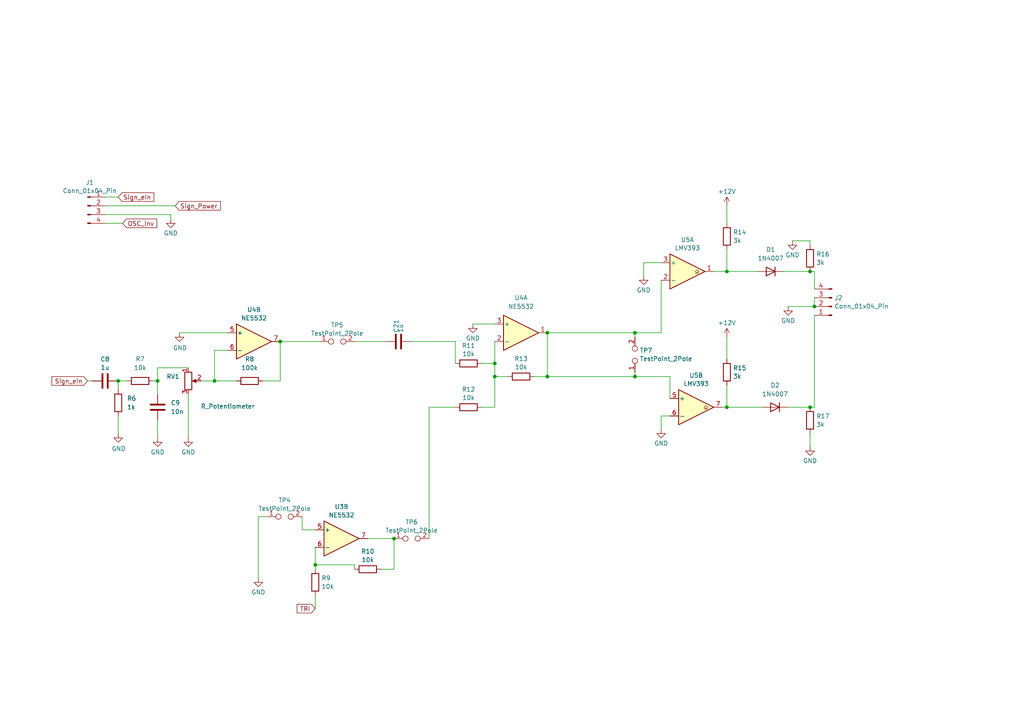
<source format=kicad_sch>
(kicad_sch (version 20231120) (generator "eeschema") (generator_version "8.0")
  (paper "A4")
  (title_block (date "2024-09-27") (rev "V3") (comment 1 "Verbesserungen aus 2. Version eingearbeitet. "))
  (lib_symbols
    (symbol "Amplifier_Operational:NE5532" (pin_names (offset 0.127))
      (property "Reference" "U" (at 0 5.08 0))
      (property "Value" "NE5532" (at 0 -5.08 0))
      (symbol "NE5532_1_1"
        (polyline (pts (xy -5.08 5.08) (xy 5.08 0) (xy -5.08 -5.08) (xy -5.08 5.08)) (stroke (width 0.254)) (fill (type background)))
        (pin output line (at 7.62 0 180) (length 2.54) (name "~") (number "1"))
        (pin input line (at -7.62 -2.54 0) (length 2.54) (name "-") (number "2"))
        (pin input line (at -7.62 2.54 0) (length 2.54) (name "+") (number "3"))
      )
      (symbol "NE5532_2_1"
        (polyline (pts (xy -5.08 5.08) (xy 5.08 0) (xy -5.08 -5.08) (xy -5.08 5.08)) (stroke (width 0.254)) (fill (type background)))
        (pin input line (at -7.62 2.54 0) (length 2.54) (name "+") (number "5"))
        (pin input line (at -7.62 -2.54 0) (length 2.54) (name "-") (number "6"))
        (pin output line (at 7.62 0 180) (length 2.54) (name "~") (number "7"))
      )
      (symbol "NE5532_3_1"
        (pin power_in line (at -2.54 -7.62 90) (length 3.81) (name "V-") (number "4"))
        (pin power_in line (at -2.54 7.62 270) (length 3.81) (name "V+") (number "8"))
      )
    )
    (symbol "Comparator:LMV393" (pin_names (offset 0.127))
      (property "Reference" "U" (at 3.81 3.81 0))
      (property "Value" "LMV393" (at 6.35 -3.81 0))
      (symbol "LMV393_1_1"
        (polyline (pts (xy -5.08 5.08) (xy 5.08 0) (xy -5.08 -5.08) (xy -5.08 5.08)) (stroke (width 0.254)) (fill (type background)))
        (polyline (pts (xy 3.302 -0.508) (xy 2.794 -0.508) (xy 3.302 0) (xy 2.794 0.508) (xy 2.286 0) (xy 2.794 -0.508) (xy 2.286 -0.508)) (stroke (width 0.127)))
        (pin open_collector line (at 7.62 0 180) (length 2.54) (name "~") (number "1"))
        (pin input line (at -7.62 -2.54 0) (length 2.54) (name "-") (number "2"))
        (pin input line (at -7.62 2.54 0) (length 2.54) (name "+") (number "3"))
      )
      (symbol "LMV393_2_1"
        (polyline (pts (xy -5.08 5.08) (xy 5.08 0) (xy -5.08 -5.08) (xy -5.08 5.08)) (stroke (width 0.254)) (fill (type background)))
        (polyline (pts (xy 3.302 -0.508) (xy 2.794 -0.508) (xy 3.302 0) (xy 2.794 0.508) (xy 2.286 0) (xy 2.794 -0.508) (xy 2.286 -0.508)) (stroke (width 0.127)))
        (pin input line (at -7.62 2.54 0) (length 2.54) (name "+") (number "5"))
        (pin input line (at -7.62 -2.54 0) (length 2.54) (name "-") (number "6"))
        (pin open_collector line (at 7.62 0 180) (length 2.54) (name "~") (number "7"))
      )
      (symbol "LMV393_3_1"
        (pin power_in line (at -2.54 -7.62 90) (length 3.81) (name "V-") (number "4"))
        (pin power_in line (at -2.54 7.62 270) (length 3.81) (name "V+") (number "8"))
      )
    )
    (symbol "Connector:Conn_01x04_Pin" (pin_names (offset 1.016) hide)
      (property "Reference" "J" (at 0 5.08 0))
      (property "Value" "Conn_01x04_Pin" (at 0 -7.62 0))
      (symbol "Conn_01x04_Pin_1_1"
        (polyline (pts (xy 1.27 -5.08) (xy 0.8636 -5.08)) (stroke (width 0.1524)))
        (polyline (pts (xy 1.27 -2.54) (xy 0.8636 -2.54)) (stroke (width 0.1524)))
        (polyline (pts (xy 1.27 0) (xy 0.8636 0)) (stroke (width 0.1524)))
        (polyline (pts (xy 1.27 2.54) (xy 0.8636 2.54)) (stroke (width 0.1524)))
        (rectangle (start 0.8636 -4.953) (end 0 -5.207) (stroke (width 0.1524)) (fill (type outline)))
        (rectangle (start 0.8636 -2.413) (end 0 -2.667) (stroke (width 0.1524)) (fill (type outline)))
        (rectangle (start 0.8636 0.127) (end 0 -0.127) (stroke (width 0.1524)) (fill (type outline)))
        (rectangle (start 0.8636 2.667) (end 0 2.413) (stroke (width 0.1524)) (fill (type outline)))
        (pin passive line (at 5.08 2.54 180) (length 3.81) (name "Pin_1") (number "1"))
        (pin passive line (at 5.08 0 180) (length 3.81) (name "Pin_2") (number "2"))
        (pin passive line (at 5.08 -2.54 180) (length 3.81) (name "Pin_3") (number "3"))
        (pin passive line (at 5.08 -5.08 180) (length 3.81) (name "Pin_4") (number "4"))
      )
    )
    (symbol "Connector:TestPoint_2Pole" (pin_names (offset 0.762) hide)
      (property "Reference" "TP" (at 0 1.524 0))
      (property "Value" "TestPoint_2Pole" (at 0 -1.778 0))
      (symbol "TestPoint_2Pole_0_1"
        (circle (center -1.778 0) (radius 0.762))
        (circle (center 1.778 0) (radius 0.762))
        (pin passive line (at -5.08 0 0) (length 2.54) (name "1") (number "1"))
        (pin passive line (at 5.08 0 180) (length 2.54) (name "2") (number "2"))
      )
    )
    (symbol "Device:C" (pin_numbers hide) (pin_names (offset 0.254))
      (property "Reference" "C" (at 0.635 2.54 0))
      (property "Value" "C" (at 0.635 -2.54 0))
      (symbol "C_0_1"
        (polyline (pts (xy -2.032 -0.762) (xy 2.032 -0.762)) (stroke (width 0.508)))
        (polyline (pts (xy -2.032 0.762) (xy 2.032 0.762)) (stroke (width 0.508)))
      )
      (symbol "C_1_1"
        (pin passive line (at 0 3.81 270) (length 2.794) (name "~") (number "1"))
        (pin passive line (at 0 -3.81 90) (length 2.794) (name "~") (number "2"))
      )
    )
    (symbol "Device:R" (pin_numbers hide) (pin_names (offset 0))
      (property "Reference" "R" (at 2.032 0 90))
      (property "Value" "R" (at 0 0 90))
      (symbol "R_0_1"
        (rectangle (start -1.016 -2.54) (end 1.016 2.54) (stroke (width 0.254)))
      )
      (symbol "R_1_1"
        (pin passive line (at 0 3.81 270) (length 1.27) (name "~") (number "1"))
        (pin passive line (at 0 -3.81 90) (length 1.27) (name "~") (number "2"))
      )
    )
    (symbol "Device:R_Potentiometer" (pin_names (offset 1.016) hide)
      (property "Reference" "RV" (at -4.445 0 90))
      (property "Value" "R_Potentiometer" (at -2.54 0 90))
      (symbol "R_Potentiometer_0_1"
        (polyline (pts (xy 2.54 0) (xy 1.524 0)))
        (polyline (pts (xy 1.143 0) (xy 2.286 0.508) (xy 2.286 -0.508) (xy 1.143 0)) (fill (type outline)))
        (rectangle (start 1.016 2.54) (end -1.016 -2.54) (stroke (width 0.254)))
      )
      (symbol "R_Potentiometer_1_1"
        (pin passive line (at 0 3.81 270) (length 1.27) (name "1") (number "1"))
        (pin passive line (at 3.81 0 180) (length 1.27) (name "2") (number "2"))
        (pin passive line (at 0 -3.81 90) (length 1.27) (name "3") (number "3"))
      )
    )
    (symbol "Diode:1N4007" (pin_numbers hide) (pin_names hide)
      (property "Reference" "D" (at 0 2.54 0))
      (property "Value" "1N4007" (at 0 -2.54 0))
      (symbol "1N4007_0_1"
        (polyline (pts (xy -1.27 1.27) (xy -1.27 -1.27)) (stroke (width 0.254)))
        (polyline (pts (xy 1.27 0) (xy -1.27 0)))
        (polyline (pts (xy 1.27 1.27) (xy 1.27 -1.27) (xy -1.27 0) (xy 1.27 1.27)) (stroke (width 0.254)))
      )
      (symbol "1N4007_1_1"
        (pin passive line (at -3.81 0 0) (length 2.54) (name "K") (number "1"))
        (pin passive line (at 3.81 0 180) (length 2.54) (name "A") (number "2"))
      )
    )
    (symbol "power:+12V" (power) (pin_names (offset 0))
      (property "Value" "+12V" (at 0 3.556 0))
      (symbol "+12V_0_1"
        (polyline (pts (xy -0.762 1.27) (xy 0 2.54)))
        (polyline (pts (xy 0 0) (xy 0 2.54)))
        (polyline (pts (xy 0 2.54) (xy 0.762 1.27)))
      )
      (symbol "+12V_1_1"
        (pin power_in line (at 0 0 90) (length 0) hide (name "+12V") (number "1"))
      )
    )
    (symbol "power:GND" (power) (pin_names (offset 0))
      (property "Value" "GND" (at 0 -3.81 0))
      (symbol "GND_0_1"
        (polyline (pts (xy 0 0) (xy 0 -1.27) (xy 1.27 -1.27) (xy 0 -2.54) (xy -1.27 -1.27) (xy 0 -1.27)))
      )
      (symbol "GND_1_1"
        (pin power_in line (at 0 0 270) (length 0) hide (name "GND") (number "1"))
      )
    )
  )
  (junction (at 234.95 118.11))
  (junction (at 210.82 118.11))
  (junction (at 114.3 156.21))
  (junction (at 143.51 105.41))
  (junction (at 62.23 110.49))
  (junction (at 143.51 109.22))
  (junction (at 210.82 78.74))
  (junction (at 91.44 163.83))
  (junction (at 234.95 78.74))
  (junction (at 184.15 96.52))
  (junction (at 81.28 99.06))
  (junction (at 158.75 96.52))
  (junction (at 34.29 110.49))
  (junction (at 236.22 88.9))
  (junction (at 45.72 110.49))
  (junction (at 184.15 109.22))
  (junction (at 158.75 109.22))
  (wire (pts (xy 210.82 118.11) (xy 210.82 111.76)))
  (wire (pts (xy 228.6 88.9) (xy 236.22 88.9)))
  (wire (pts (xy 184.15 107.95) (xy 184.15 109.22)))
  (wire (pts (xy 158.75 109.22) (xy 184.15 109.22)))
  (wire (pts (xy 143.51 99.06) (xy 143.51 105.41)))
  (wire (pts (xy 91.44 172.72) (xy 91.44 176.53)))
  (wire (pts (xy 102.87 163.83) (xy 102.87 165.1)))
  (wire (pts (xy 186.69 80.01) (xy 186.69 76.2)))
  (wire (pts (xy 119.38 99.06) (xy 132.08 99.06)))
  (wire (pts (xy 210.82 97.79) (xy 210.82 104.14)))
  (wire (pts (xy 194.31 109.22) (xy 194.31 115.57)))
  (wire (pts (xy 228.6 118.11) (xy 234.95 118.11)))
  (wire (pts (xy 110.49 165.1) (xy 114.3 165.1)))
  (wire (pts (xy 91.44 163.83) (xy 102.87 163.83)))
  (wire (pts (xy 209.55 118.11) (xy 210.82 118.11)))
  (wire (pts (xy 186.69 76.2) (xy 191.77 76.2)))
  (wire (pts (xy 184.15 96.52) (xy 191.77 96.52)))
  (wire (pts (xy 143.51 109.22) (xy 147.32 109.22)))
  (wire (pts (xy 236.22 78.74) (xy 236.22 83.82)))
  (wire (pts (xy 45.72 106.68) (xy 45.72 110.49)))
  (wire (pts (xy 45.72 121.92) (xy 45.72 127)))
  (wire (pts (xy 74.93 149.86) (xy 74.93 167.64)))
  (wire (pts (xy 74.93 149.86) (xy 77.47 149.86)))
  (wire (pts (xy 25.4 110.49) (xy 26.67 110.49)))
  (wire (pts (xy 210.82 78.74) (xy 219.71 78.74)))
  (wire (pts (xy 234.95 118.11) (xy 236.22 118.11)))
  (wire (pts (xy 143.51 118.11) (xy 139.7 118.11)))
  (wire (pts (xy 91.44 158.75) (xy 91.44 163.83)))
  (wire (pts (xy 30.48 57.15) (xy 34.29 57.15)))
  (wire (pts (xy 91.44 163.83) (xy 91.44 165.1)))
  (wire (pts (xy 76.2 110.49) (xy 81.28 110.49)))
  (wire (pts (xy 158.75 96.52) (xy 158.75 109.22)))
  (wire (pts (xy 132.08 99.06) (xy 132.08 105.41)))
  (wire (pts (xy 87.63 149.86) (xy 87.63 153.67)))
  (wire (pts (xy 30.48 64.77) (xy 35.56 64.77)))
  (wire (pts (xy 81.28 99.06) (xy 92.71 99.06)))
  (wire (pts (xy 227.33 78.74) (xy 234.95 78.74)))
  (wire (pts (xy 44.45 110.49) (xy 45.72 110.49)))
  (wire (pts (xy 236.22 118.11) (xy 236.22 91.44)))
  (wire (pts (xy 236.22 86.36) (xy 236.22 88.9)))
  (wire (pts (xy 143.51 109.22) (xy 143.51 118.11)))
  (wire (pts (xy 62.23 101.6) (xy 66.04 101.6)))
  (wire (pts (xy 191.77 120.65) (xy 194.31 120.65)))
  (wire (pts (xy 210.82 118.11) (xy 220.98 118.11)))
  (wire (pts (xy 184.15 109.22) (xy 194.31 109.22)))
  (wire (pts (xy 34.29 110.49) (xy 36.83 110.49)))
  (wire (pts (xy 49.53 62.23) (xy 49.53 63.5)))
  (wire (pts (xy 234.95 125.73) (xy 234.95 129.54)))
  (wire (pts (xy 34.29 120.65) (xy 34.29 125.73)))
  (wire (pts (xy 124.46 118.11) (xy 132.08 118.11)))
  (wire (pts (xy 143.51 93.98) (xy 137.16 93.98)))
  (wire (pts (xy 207.01 78.74) (xy 210.82 78.74)))
  (wire (pts (xy 62.23 110.49) (xy 62.23 101.6)))
  (wire (pts (xy 62.23 110.49) (xy 68.58 110.49)))
  (wire (pts (xy 229.87 69.85) (xy 234.95 69.85)))
  (wire (pts (xy 191.77 124.46) (xy 191.77 120.65)))
  (wire (pts (xy 45.72 110.49) (xy 45.72 114.3)))
  (wire (pts (xy 34.29 110.49) (xy 34.29 113.03)))
  (wire (pts (xy 52.07 96.52) (xy 66.04 96.52)))
  (wire (pts (xy 210.82 78.74) (xy 210.82 72.39)))
  (wire (pts (xy 114.3 156.21) (xy 114.3 165.1)))
  (wire (pts (xy 102.87 99.06) (xy 111.76 99.06)))
  (wire (pts (xy 30.48 62.23) (xy 49.53 62.23)))
  (wire (pts (xy 158.75 96.52) (xy 184.15 96.52)))
  (wire (pts (xy 30.48 59.69) (xy 50.8 59.69)))
  (wire (pts (xy 143.51 105.41) (xy 143.51 109.22)))
  (wire (pts (xy 210.82 59.69) (xy 210.82 64.77)))
  (wire (pts (xy 234.95 78.74) (xy 236.22 78.74)))
  (wire (pts (xy 124.46 156.21) (xy 124.46 118.11)))
  (wire (pts (xy 139.7 105.41) (xy 143.51 105.41)))
  (wire (pts (xy 106.68 156.21) (xy 114.3 156.21)))
  (wire (pts (xy 54.61 114.3) (xy 54.61 127)))
  (wire (pts (xy 54.61 106.68) (xy 45.72 106.68)))
  (wire (pts (xy 191.77 96.52) (xy 191.77 81.28)))
  (wire (pts (xy 184.15 96.52) (xy 184.15 97.79)))
  (wire (pts (xy 154.94 109.22) (xy 158.75 109.22)))
  (wire (pts (xy 58.42 110.49) (xy 62.23 110.49)))
  (wire (pts (xy 81.28 110.49) (xy 81.28 99.06)))
  (wire (pts (xy 87.63 153.67) (xy 91.44 153.67)))
  (wire (pts (xy 234.95 69.85) (xy 234.95 71.12)))
  (global_label "Sign_ein" (shape input) (at 34.29 57.15 0) (property "Intersheetrefs" "${INTERSHEET_REFS}" (effects (hide yes))))
  (global_label "Sign_Power" (shape input) (at 50.8 59.69 0) (property "Intersheetrefs" "${INTERSHEET_REFS}" (effects (hide yes))))
  (global_label "TRI" (shape input) (at 91.44 176.53 180) (property "Intersheetrefs" "${INTERSHEET_REFS}" (effects (hide yes))))
  (global_label "OSC_inv" (shape input) (at 35.56 64.77 0) (property "Intersheetrefs" "${INTERSHEET_REFS}" (effects (hide yes))))
  (global_label "Sign_ein" (shape input) (at 25.4 110.49 180) (property "Intersheetrefs" "${INTERSHEET_REFS}" (effects (hide yes))))
  (symbol (lib_id "Connector:TestPoint_2Pole") (at 97.79 99.06 0) (unit 1)
    (property "Reference" "TP5" (at 97.79 94.2807 0))
    (property "Value" "TestPoint_2Pole" (at 97.79 96.7049 0))
    (property "Footprint" "Connector_PinHeader_2.54mm:PinHeader_1x02_P2.54mm_Vertical" (effects (hide yes)))
  )
  (symbol (lib_id "power:GND") (at 54.61 127 0) (unit 1)
    (property "Reference" "#PWR016" (effects (hide yes)))
    (property "Value" "GND" (at 54.61 131.1331 0))
  )
  (symbol (lib_id "Connector:Conn_01x04_Pin") (at 241.3 88.9 180) (unit 1)
    (property "Reference" "J2" (at 242.0112 86.4179 0) (effects (justify right)))
    (property "Value" "Conn_01x04_Pin" (at 242.0112 88.8421 0) (effects (justify right)))
    (property "Footprint" "Connector_PinHeader_2.54mm:PinHeader_1x04_P2.54mm_Vertical" (effects (hide yes)))
  )
  (symbol (lib_id "Amplifier_Operational:NE5532") (at 151.13 96.52 0) (unit 1)
    (property "Reference" "U4" (at 151.13 86.36 0))
    (property "Value" "NE5532" (at 151.13 88.9 0))
    (property "Footprint" "Package_SO:SOP-8_3.76x4.96mm_P1.27mm" (effects (hide yes)))
    (property "Datasheet" "http://www.ti.com/lit/ds/symlink/ne5532.pdf" (effects (hide yes)))
  )
  (symbol (lib_id "Device:R") (at 106.68 165.1 90) (unit 1)
    (property "Reference" "R10" (at 106.68 159.9397 90))
    (property "Value" "10k" (at 106.68 162.3639 90))
    (property "Footprint" "Resistor_SMD:R_0805_2012Metric_Pad1.20x1.40mm_HandSolder" (effects (hide yes)))
  )
  (symbol (lib_id "Device:R") (at 72.39 110.49 90) (unit 1)
    (property "Reference" "R8" (at 72.39 104.14 90))
    (property "Value" "100k" (at 72.39 106.68 90))
    (property "Footprint" "Resistor_SMD:R_0805_2012Metric_Pad1.20x1.40mm_HandSolder" (effects (hide yes)))
  )
  (symbol (lib_id "power:GND") (at 137.16 93.98 0) (unit 1)
    (property "Reference" "#PWR018" (effects (hide yes)))
    (property "Value" "GND" (at 137.16 98.1131 0))
  )
  (symbol (lib_id "Device:R") (at 210.82 107.95 180) (unit 1)
    (property "Reference" "R15" (at 212.598 106.7379 0) (effects (justify right)))
    (property "Value" "3k" (at 212.598 109.1621 0) (effects (justify right)))
    (property "Footprint" "Resistor_SMD:R_0805_2012Metric_Pad1.20x1.40mm_HandSolder" (effects (hide yes)))
  )
  (symbol (lib_id "Amplifier_Operational:NE5532") (at 73.66 99.06 0) (unit 2)
    (property "Reference" "U4" (at 73.66 89.8357 0))
    (property "Value" "NE5532" (at 73.66 92.2599 0))
    (property "Footprint" "Package_SO:SOP-8_3.76x4.96mm_P1.27mm" (effects (hide yes)))
    (property "Datasheet" "http://www.ti.com/lit/ds/symlink/ne5532.pdf" (effects (hide yes)))
  )
  (symbol (lib_id "Device:R") (at 151.13 109.22 90) (unit 1)
    (property "Reference" "R13" (at 151.13 104.0597 90))
    (property "Value" "10k" (at 151.13 106.4839 90))
    (property "Footprint" "Resistor_SMD:R_0805_2012Metric_Pad1.20x1.40mm_HandSolder" (effects (hide yes)))
  )
  (symbol (lib_id "Comparator:LMV393") (at 201.93 118.11 0) (unit 2)
    (property "Reference" "U5" (at 201.93 108.8857 0))
    (property "Value" "LMV393" (at 201.93 111.3099 0))
    (property "Footprint" "Package_SO:SOP-8_3.76x4.96mm_P1.27mm" (effects (hide yes)))
    (property "Datasheet" "http://www.ti.com/lit/ds/symlink/lmv331.pdf" (effects (hide yes)))
  )
  (symbol (lib_id "power:GND") (at 234.95 129.54 0) (unit 1)
    (property "Reference" "#PWR025" (effects (hide yes)))
    (property "Value" "GND" (at 234.95 133.6731 0))
  )
  (symbol (lib_id "Device:R_Potentiometer") (at 54.61 110.49 0) (unit 1)
    (property "Reference" "RV1" (at 52.07 109.22 0) (effects (justify right)))
    (property "Value" "R_Potentiometer" (at 73.914 117.856 0) (effects (justify right)))
    (property "Footprint" "Potentiometer_THT:Potentiometer_Alps_RK09K_Single_Vertical" (effects (hide yes)))
  )
  (symbol (lib_id "Device:R") (at 234.95 121.92 180) (unit 1)
    (property "Reference" "R17" (at 236.728 120.7079 0) (effects (justify right)))
    (property "Value" "3k" (at 236.728 123.1321 0) (effects (justify right)))
    (property "Footprint" "Resistor_SMD:R_0805_2012Metric_Pad1.20x1.40mm_HandSolder" (effects (hide yes)))
  )
  (symbol (lib_id "Device:C") (at 30.48 110.49 90) (unit 1)
    (property "Reference" "C8" (at 30.48 104.1867 90))
    (property "Value" "1u" (at 30.48 106.6109 90))
    (property "Footprint" "Capacitor_THT:C_Axial_L3.8mm_D2.6mm_P7.50mm_Horizontal" (effects (hide yes)))
  )
  (symbol (lib_id "Connector:TestPoint_2Pole") (at 119.38 156.21 0) (unit 1)
    (property "Reference" "TP6" (at 119.38 151.4307 0))
    (property "Value" "TestPoint_2Pole" (at 119.38 153.8549 0))
    (property "Footprint" "Connector_PinHeader_2.54mm:PinHeader_1x02_P2.54mm_Vertical" (effects (hide yes)))
  )
  (symbol (lib_id "power:GND") (at 45.72 127 0) (unit 1)
    (property "Reference" "#PWR013" (effects (hide yes)))
    (property "Value" "GND" (at 45.72 131.1331 0))
  )
  (symbol (lib_id "Device:R") (at 135.89 105.41 90) (unit 1)
    (property "Reference" "R11" (at 135.89 100.2497 90))
    (property "Value" "10k" (at 135.89 102.6739 90))
    (property "Footprint" "Resistor_SMD:R_0805_2012Metric_Pad1.20x1.40mm_HandSolder" (effects (hide yes)))
  )
  (symbol (lib_id "Device:R") (at 234.95 74.93 180) (unit 1)
    (property "Reference" "R16" (at 236.728 73.7179 0) (effects (justify right)))
    (property "Value" "3k" (at 236.728 76.1421 0) (effects (justify right)))
    (property "Footprint" "Resistor_SMD:R_0805_2012Metric_Pad1.20x1.40mm_HandSolder" (effects (hide yes)))
  )
  (symbol (lib_id "Connector:TestPoint_2Pole") (at 184.15 102.87 90) (unit 1)
    (property "Reference" "TP7" (at 185.547 101.6579 90) (effects (justify right)))
    (property "Value" "TestPoint_2Pole" (at 185.547 104.0821 90) (effects (justify right)))
    (property "Footprint" "Connector_PinHeader_2.54mm:PinHeader_1x02_P2.54mm_Vertical" (effects (hide yes)))
  )
  (symbol (lib_id "Device:R") (at 34.29 116.84 0) (unit 1)
    (property "Reference" "R6" (at 36.83 115.57 0) (effects (justify left)))
    (property "Value" "1k" (at 36.83 118.11 0) (effects (justify left)))
    (property "Footprint" "Resistor_SMD:R_0805_2012Metric_Pad1.20x1.40mm_HandSolder" (effects (hide yes)))
  )
  (symbol (lib_id "Device:R") (at 210.82 68.58 180) (unit 1)
    (property "Reference" "R14" (at 212.598 67.3679 0) (effects (justify right)))
    (property "Value" "3k" (at 212.598 69.7921 0) (effects (justify right)))
    (property "Footprint" "Resistor_SMD:R_0805_2012Metric_Pad1.20x1.40mm_HandSolder" (effects (hide yes)))
  )
  (symbol (lib_id "power:+12V") (at 210.82 59.69 0) (unit 1)
    (property "Reference" "#PWR021" (effects (hide yes)))
    (property "Value" "+12V" (at 210.82 55.5569 0))
  )
  (symbol (lib_id "power:GND") (at 228.6 88.9 0) (unit 1)
    (property "Reference" "#PWR023" (effects (hide yes)))
    (property "Value" "GND" (at 228.6 93.0331 0))
  )
  (symbol (lib_id "power:GND") (at 52.07 96.52 0) (unit 1)
    (property "Reference" "#PWR01" (effects (hide yes)))
    (property "Value" "GND" (at 52.197 100.9142 0))
    (instances (project "HBruecke2" (path "" (reference "#PWR01") (unit 1))) (project "OP-D-Amp" (path "" (reference "#PWR015") (unit 1))))
  )
  (symbol (lib_id "Amplifier_Operational:NE5532") (at 99.06 156.21 0) (unit 2)
    (property "Reference" "U3" (at 99.06 146.9857 0))
    (property "Value" "NE5532" (at 99.06 149.4099 0))
    (property "Footprint" "Package_SO:SOP-8_3.76x4.96mm_P1.27mm" (effects (hide yes)))
    (property "Datasheet" "http://www.ti.com/lit/ds/symlink/ne5532.pdf" (effects (hide yes)))
  )
  (symbol (lib_id "Connector:Conn_01x04_Pin") (at 25.4 59.69 0) (unit 1)
    (property "Reference" "J1" (at 26.035 52.9295 0))
    (property "Value" "Conn_01x04_Pin" (at 26.035 55.3537 0))
    (property "Footprint" "Connector_PinHeader_2.54mm:PinHeader_1x04_P2.54mm_Vertical" (effects (hide yes)))
  )
  (symbol (lib_id "power:GND") (at 74.93 167.64 0) (unit 1)
    (property "Reference" "#PWR017" (effects (hide yes)))
    (property "Value" "GND" (at 74.93 171.7731 0))
  )
  (symbol (lib_id "Comparator:LMV393") (at 199.39 78.74 0) (unit 1)
    (property "Reference" "U5" (at 199.39 69.5157 0))
    (property "Value" "LMV393" (at 199.39 71.9399 0))
    (property "Footprint" "Package_SO:SOP-8_3.76x4.96mm_P1.27mm" (effects (hide yes)))
    (property "Datasheet" "http://www.ti.com/lit/ds/symlink/lmv331.pdf" (effects (hide yes)))
  )
  (symbol (lib_id "Connector:TestPoint_2Pole") (at 82.55 149.86 0) (unit 1)
    (property "Reference" "TP4" (at 82.55 145.0807 0))
    (property "Value" "TestPoint_2Pole" (at 82.55 147.5049 0))
    (property "Footprint" "Connector_PinHeader_2.54mm:PinHeader_1x02_P2.54mm_Vertical" (effects (hide yes)))
  )
  (symbol (lib_id "power:GND") (at 186.69 80.01 0) (unit 1)
    (property "Reference" "#PWR019" (effects (hide yes)))
    (property "Value" "GND" (at 186.69 84.1431 0))
  )
  (symbol (lib_id "Device:R") (at 135.89 118.11 90) (unit 1)
    (property "Reference" "R12" (at 135.89 112.9497 90))
    (property "Value" "10k" (at 135.89 115.3739 90))
    (property "Footprint" "Resistor_SMD:R_0805_2012Metric_Pad1.20x1.40mm_HandSolder" (effects (hide yes)))
  )
  (symbol (lib_id "Diode:1N4007") (at 223.52 78.74 180) (unit 1)
    (property "Reference" "D1" (at 223.52 72.39 0))
    (property "Value" "1N4007" (at 223.52 74.93 0))
    (property "Footprint" "Diode_THT:D_DO-35_SOD27_P7.62mm_Horizontal" (effects (hide yes)))
    (property "Datasheet" "http://www.vishay.com/docs/88503/1n4001.pdf" (effects (hide yes)))
    (property "Sim.Device" "D" (effects (hide yes)))
    (property "Sim.Pins" "1=K 2=A" (effects (hide yes)))
  )
  (symbol (lib_id "Device:R") (at 40.64 110.49 90) (unit 1)
    (property "Reference" "R7" (at 40.64 104.14 90))
    (property "Value" "10k" (at 40.64 106.68 90))
    (property "Footprint" "Resistor_SMD:R_0805_2012Metric_Pad1.20x1.40mm_HandSolder" (effects (hide yes)))
  )
  (symbol (lib_id "Device:R") (at 91.44 168.91 180) (unit 1)
    (property "Reference" "R9" (at 93.218 167.6979 0) (effects (justify right)))
    (property "Value" "10k" (at 93.218 170.1221 0) (effects (justify right)))
    (property "Footprint" "Resistor_SMD:R_0805_2012Metric_Pad1.20x1.40mm_HandSolder" (effects (hide yes)))
  )
  (symbol (lib_id "power:GND") (at 229.87 69.85 0) (unit 1)
    (property "Reference" "#PWR024" (effects (hide yes)))
    (property "Value" "GND" (at 229.87 73.9831 0))
  )
  (symbol (lib_id "power:+12V") (at 210.82 97.79 0) (unit 1)
    (property "Reference" "#PWR022" (effects (hide yes)))
    (property "Value" "+12V" (at 210.82 93.6569 0))
  )
  (symbol (lib_id "power:GND") (at 34.29 125.73 0) (unit 1)
    (property "Reference" "#PWR01" (effects (hide yes)))
    (property "Value" "GND" (at 34.417 130.1242 0))
    (instances (project "HBruecke2" (path "" (reference "#PWR01") (unit 1))) (project "OP-D-Amp" (path "" (reference "#PWR012") (unit 1))))
  )
  (symbol (lib_id "Diode:1N4007") (at 224.79 118.11 180) (unit 1)
    (property "Reference" "D2" (at 224.79 111.76 0))
    (property "Value" "1N4007" (at 224.79 114.3 0))
    (property "Footprint" "Diode_THT:D_DO-35_SOD27_P7.62mm_Horizontal" (effects (hide yes)))
    (property "Datasheet" "http://www.vishay.com/docs/88503/1n4001.pdf" (effects (hide yes)))
    (property "Sim.Device" "D" (effects (hide yes)))
    (property "Sim.Pins" "1=K 2=A" (effects (hide yes)))
  )
  (symbol (lib_id "power:GND") (at 191.77 124.46 0) (unit 1)
    (property "Reference" "#PWR020" (effects (hide yes)))
    (property "Value" "GND" (at 191.77 128.5931 0))
  )
  (symbol (lib_id "Device:C") (at 45.72 118.11 180) (unit 1)
    (property "Reference" "C9" (at 49.53 116.84 0) (effects (justify right)))
    (property "Value" "10n" (at 49.53 119.38 0) (effects (justify right)))
    (property "Footprint" "Capacitor_SMD:C_0805_2012Metric_Pad1.18x1.45mm_HandSolder" (effects (hide yes)))
  )
  (symbol (lib_id "power:GND") (at 49.53 63.5 0) (unit 1)
    (property "Reference" "#PWR014" (effects (hide yes)))
    (property "Value" "GND" (at 49.53 67.6331 0))
  )
  (symbol (lib_id "Device:C") (at 115.57 99.06 90) (unit 1)
    (property "Reference" "C21" (at 114.935 96.52 0) (effects (justify left)))
    (property "Value" "1u" (at 116.205 96.52 0) (effects (justify left)))
    (property "Footprint" "Capacitor_THT:C_Axial_L3.8mm_D2.6mm_P7.50mm_Horizontal" (effects (hide yes)))
  )
)
</source>
